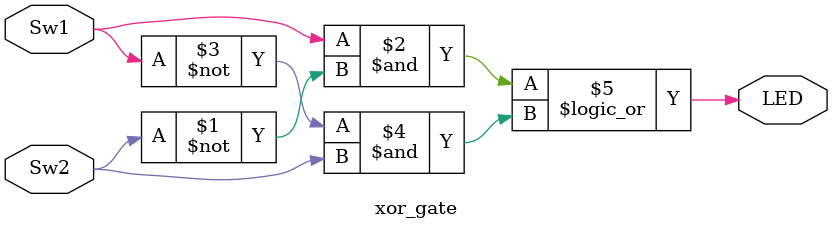
<source format=v>
`timescale 1ns / 1ps


module xor_gate(
    input Sw1,
    input Sw2,
    output LED
    );
    assign LED = (Sw1 & ~Sw2) || (~Sw1 & Sw2);
endmodule

</source>
